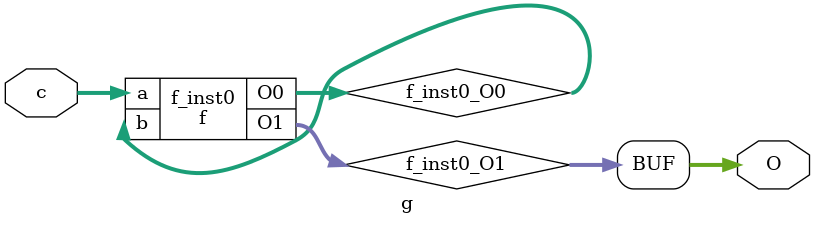
<source format=v>
module f (input [3:0] a, input [3:0] b, output [3:0] O0, output [3:0] O1);
wire [3:0] coreir_add4_inst0_out;
wire [3:0] coreir_add4_inst1_out;
coreir_add4 coreir_add4_inst0 (.I0(a), .I1({1'b0,1'b0,1'b0,1'b1}), .O(coreir_add4_inst0_out));
coreir_add4 coreir_add4_inst1 (.I0(b), .I1({1'b0,1'b0,1'b1,1'b0}), .O(coreir_add4_inst1_out));
assign O0 = coreir_add4_inst0_out;
assign O1 = coreir_add4_inst1_out;
endmodule

module g (input [3:0] c, output [3:0] O);
wire [3:0] f_inst0_O0;
wire [3:0] f_inst0_O1;
f f_inst0 (.a(c), .b(f_inst0_O0), .O0(f_inst0_O0), .O1(f_inst0_O1));
assign O = f_inst0_O1;
endmodule


</source>
